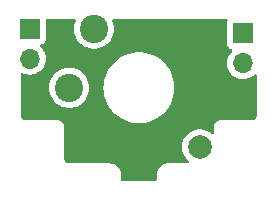
<source format=gbr>
%TF.GenerationSoftware,KiCad,Pcbnew,8.0.2*%
%TF.CreationDate,2024-08-31T11:26:51-07:00*%
%TF.ProjectId,UGC_MechTrigger_R4K,5547435f-4d65-4636-9854-726967676572,rev?*%
%TF.SameCoordinates,Original*%
%TF.FileFunction,Copper,L2,Bot*%
%TF.FilePolarity,Positive*%
%FSLAX46Y46*%
G04 Gerber Fmt 4.6, Leading zero omitted, Abs format (unit mm)*
G04 Created by KiCad (PCBNEW 8.0.2) date 2024-08-31 11:26:51*
%MOMM*%
%LPD*%
G01*
G04 APERTURE LIST*
%TA.AperFunction,ComponentPad*%
%ADD10R,1.700000X1.700000*%
%TD*%
%TA.AperFunction,ComponentPad*%
%ADD11O,1.700000X1.700000*%
%TD*%
%TA.AperFunction,WasherPad*%
%ADD12C,2.000000*%
%TD*%
%TA.AperFunction,ComponentPad*%
%ADD13C,2.400000*%
%TD*%
G04 APERTURE END LIST*
D10*
%TO.P,J1,1,Pin_1*%
%TO.N,Net-(J1-Pin_1)*%
X228422200Y-146862800D03*
D11*
%TO.P,J1,2,Pin_2*%
%TO.N,Net-(J1-Pin_2)*%
X228422200Y-149402800D03*
%TD*%
D10*
%TO.P,J2,1,Pin_1*%
%TO.N,Net-(J1-Pin_1)*%
X210388200Y-146456400D03*
D11*
%TO.P,J2,2,Pin_2*%
%TO.N,Net-(J1-Pin_2)*%
X210388200Y-148996400D03*
%TD*%
D12*
%TO.P,SW1,*%
%TO.N,*%
X224768198Y-156464200D03*
D13*
%TO.P,SW1,1,1*%
%TO.N,Net-(J1-Pin_1)*%
X215818198Y-146464200D03*
%TO.P,SW1,2,2*%
%TO.N,Net-(J1-Pin_2)*%
X213718198Y-151464200D03*
%TD*%
%TA.AperFunction,NonConductor*%
G36*
X214205278Y-145646388D02*
G01*
X214251033Y-145699192D01*
X214260977Y-145768350D01*
X214253667Y-145796006D01*
X214188690Y-145961562D01*
X214188688Y-145961569D01*
X214131975Y-146210045D01*
X214112930Y-146464195D01*
X214112930Y-146464204D01*
X214131975Y-146718354D01*
X214131976Y-146718357D01*
X214188690Y-146966837D01*
X214281805Y-147204088D01*
X214409239Y-147424812D01*
X214568148Y-147624077D01*
X214754981Y-147797432D01*
X214965564Y-147941005D01*
X214965569Y-147941007D01*
X214965570Y-147941008D01*
X214965571Y-147941009D01*
X215087526Y-147999738D01*
X215195190Y-148051587D01*
X215195191Y-148051587D01*
X215195194Y-148051589D01*
X215438740Y-148126713D01*
X215690763Y-148164700D01*
X215945633Y-148164700D01*
X216197656Y-148126713D01*
X216441202Y-148051589D01*
X216670832Y-147941005D01*
X216881415Y-147797432D01*
X217068248Y-147624077D01*
X217227157Y-147424812D01*
X217354591Y-147204088D01*
X217447706Y-146966837D01*
X217504420Y-146718357D01*
X217523466Y-146464200D01*
X217504420Y-146210043D01*
X217447706Y-145961563D01*
X217382728Y-145796005D01*
X217376560Y-145726409D01*
X217408998Y-145664525D01*
X217469743Y-145630002D01*
X217498157Y-145626703D01*
X227003432Y-145626703D01*
X227070471Y-145646388D01*
X227116226Y-145699192D01*
X227126170Y-145768350D01*
X227119614Y-145794036D01*
X227078108Y-145905317D01*
X227071701Y-145964916D01*
X227071700Y-145964935D01*
X227071700Y-147760670D01*
X227071701Y-147760676D01*
X227078108Y-147820283D01*
X227128402Y-147955128D01*
X227128406Y-147955135D01*
X227214652Y-148070344D01*
X227214655Y-148070347D01*
X227329864Y-148156593D01*
X227329871Y-148156597D01*
X227461281Y-148205610D01*
X227517215Y-148247481D01*
X227541632Y-148312945D01*
X227526780Y-148381218D01*
X227505630Y-148409473D01*
X227383703Y-148531400D01*
X227248165Y-148724969D01*
X227248164Y-148724971D01*
X227148298Y-148939135D01*
X227148294Y-148939144D01*
X227087138Y-149167386D01*
X227087136Y-149167396D01*
X227066541Y-149402799D01*
X227066541Y-149402800D01*
X227087136Y-149638203D01*
X227087138Y-149638213D01*
X227148294Y-149866455D01*
X227148296Y-149866459D01*
X227148297Y-149866463D01*
X227226838Y-150034895D01*
X227248165Y-150080630D01*
X227248167Y-150080634D01*
X227311045Y-150170432D01*
X227383705Y-150274201D01*
X227550799Y-150441295D01*
X227639763Y-150503588D01*
X227744365Y-150576832D01*
X227744367Y-150576833D01*
X227744370Y-150576835D01*
X227958537Y-150676703D01*
X228186792Y-150737863D01*
X228375118Y-150754339D01*
X228422199Y-150758459D01*
X228422200Y-150758459D01*
X228422201Y-150758459D01*
X228461434Y-150755026D01*
X228657608Y-150737863D01*
X228885863Y-150676703D01*
X229100030Y-150576835D01*
X229293601Y-150441295D01*
X229406020Y-150328876D01*
X229467343Y-150295391D01*
X229537035Y-150300375D01*
X229592968Y-150342247D01*
X229617385Y-150407711D01*
X229617701Y-150416557D01*
X229617701Y-153719238D01*
X229616921Y-153733123D01*
X229606741Y-153823465D01*
X229600563Y-153850533D01*
X229572849Y-153929738D01*
X229560800Y-153954758D01*
X229516157Y-154025805D01*
X229498845Y-154047513D01*
X229439513Y-154106845D01*
X229417804Y-154124158D01*
X229346752Y-154168803D01*
X229321735Y-154180850D01*
X229242537Y-154208563D01*
X229215465Y-154214742D01*
X229125102Y-154224923D01*
X229111219Y-154225703D01*
X226402309Y-154225703D01*
X226275013Y-154259811D01*
X226160887Y-154325703D01*
X226160884Y-154325705D01*
X226067703Y-154418886D01*
X226067701Y-154418889D01*
X226001809Y-154533015D01*
X225967701Y-154660311D01*
X225967701Y-155242728D01*
X225948016Y-155309767D01*
X225895212Y-155355522D01*
X225826054Y-155365466D01*
X225767539Y-155340582D01*
X225727948Y-155309767D01*
X225591707Y-155203726D01*
X225591705Y-155203725D01*
X225591704Y-155203724D01*
X225373009Y-155085372D01*
X225373000Y-155085369D01*
X225137814Y-155004629D01*
X224892533Y-154963700D01*
X224643863Y-154963700D01*
X224398581Y-155004629D01*
X224163395Y-155085369D01*
X224163386Y-155085372D01*
X223944691Y-155203724D01*
X223748455Y-155356461D01*
X223580031Y-155539417D01*
X223444024Y-155747593D01*
X223344134Y-155975318D01*
X223283090Y-156216375D01*
X223283088Y-156216387D01*
X223262555Y-156464194D01*
X223262555Y-156464205D01*
X223283088Y-156712012D01*
X223283090Y-156712024D01*
X223344134Y-156953081D01*
X223444024Y-157180806D01*
X223580031Y-157388982D01*
X223580034Y-157388985D01*
X223748454Y-157571938D01*
X223748457Y-157571940D01*
X223748460Y-157571943D01*
X223838272Y-157641847D01*
X223879085Y-157698557D01*
X223882760Y-157768330D01*
X223848128Y-157829013D01*
X223786187Y-157861340D01*
X223762110Y-157863700D01*
X222044710Y-157863700D01*
X222044694Y-157863701D01*
X222030661Y-157863701D01*
X221858264Y-157894099D01*
X221693751Y-157953977D01*
X221542144Y-158041509D01*
X221408036Y-158154039D01*
X221408030Y-158154045D01*
X221295509Y-158288143D01*
X221207978Y-158439752D01*
X221207975Y-158439759D01*
X221148099Y-158604263D01*
X221117701Y-158776665D01*
X221117701Y-159239700D01*
X221098016Y-159306739D01*
X221045212Y-159352494D01*
X220993701Y-159363700D01*
X218242701Y-159363700D01*
X218175662Y-159344015D01*
X218129907Y-159291211D01*
X218118701Y-159239700D01*
X218118701Y-158790713D01*
X218118700Y-158790695D01*
X218118700Y-158776669D01*
X218118700Y-158776667D01*
X218088300Y-158604262D01*
X218028424Y-158439754D01*
X218028418Y-158439743D01*
X217940897Y-158288150D01*
X217940893Y-158288145D01*
X217940892Y-158288143D01*
X217828361Y-158154036D01*
X217694253Y-158041506D01*
X217694252Y-158041505D01*
X217542645Y-157953976D01*
X217542646Y-157953976D01*
X217542642Y-157953974D01*
X217432970Y-157914057D01*
X217378135Y-157894099D01*
X217291931Y-157878899D01*
X217205729Y-157863699D01*
X217205728Y-157863699D01*
X217118196Y-157863700D01*
X213775161Y-157863700D01*
X213761277Y-157862920D01*
X213747254Y-157861340D01*
X213670934Y-157852740D01*
X213643866Y-157846562D01*
X213564661Y-157818848D01*
X213539641Y-157806799D01*
X213468594Y-157762156D01*
X213446886Y-157744844D01*
X213387555Y-157685513D01*
X213370242Y-157663804D01*
X213325595Y-157592749D01*
X213313554Y-157567746D01*
X213285833Y-157488524D01*
X213279658Y-157461463D01*
X213269480Y-157371121D01*
X213268700Y-157357239D01*
X213268700Y-154660313D01*
X213268700Y-154660311D01*
X213234592Y-154533017D01*
X213168700Y-154418889D01*
X213075514Y-154325703D01*
X213018450Y-154292757D01*
X212961387Y-154259811D01*
X212897739Y-154242757D01*
X212834092Y-154225703D01*
X212834091Y-154225703D01*
X210125161Y-154225703D01*
X210111277Y-154224923D01*
X210020932Y-154214743D01*
X209993866Y-154208566D01*
X209914654Y-154180848D01*
X209889645Y-154168804D01*
X209818593Y-154124159D01*
X209796884Y-154106846D01*
X209737553Y-154047515D01*
X209720240Y-154025806D01*
X209675594Y-153954753D01*
X209663548Y-153929738D01*
X209644413Y-153875053D01*
X209635833Y-153850532D01*
X209629656Y-153823463D01*
X209619480Y-153733147D01*
X209618700Y-153719264D01*
X209618700Y-151464195D01*
X212012930Y-151464195D01*
X212012930Y-151464204D01*
X212031975Y-151718354D01*
X212053606Y-151813127D01*
X212088690Y-151966837D01*
X212181805Y-152204088D01*
X212309239Y-152424812D01*
X212468148Y-152624077D01*
X212654981Y-152797432D01*
X212865564Y-152941005D01*
X212865569Y-152941007D01*
X212865570Y-152941008D01*
X212865571Y-152941009D01*
X212987526Y-152999738D01*
X213095190Y-153051587D01*
X213095191Y-153051587D01*
X213095194Y-153051589D01*
X213338740Y-153126713D01*
X213590763Y-153164700D01*
X213845633Y-153164700D01*
X214097656Y-153126713D01*
X214341202Y-153051589D01*
X214570832Y-152941005D01*
X214781415Y-152797432D01*
X214968248Y-152624077D01*
X215127157Y-152424812D01*
X215254591Y-152204088D01*
X215347706Y-151966837D01*
X215404420Y-151718357D01*
X215423466Y-151464200D01*
X215423466Y-151464196D01*
X216612613Y-151464196D01*
X216612613Y-151464203D01*
X216632936Y-151813127D01*
X216632937Y-151813138D01*
X216693626Y-152157327D01*
X216693628Y-152157334D01*
X216793872Y-152492172D01*
X216932305Y-152813095D01*
X216932311Y-152813108D01*
X217107068Y-153115797D01*
X217315782Y-153396149D01*
X217315787Y-153396155D01*
X217360312Y-153443348D01*
X217555640Y-153650383D01*
X217732101Y-153798451D01*
X217823384Y-153875047D01*
X217823392Y-153875053D01*
X218115401Y-154067111D01*
X218115405Y-154067113D01*
X218427747Y-154223977D01*
X218756187Y-154343519D01*
X219096284Y-154424123D01*
X219443439Y-154464700D01*
X219443446Y-154464700D01*
X219792950Y-154464700D01*
X219792957Y-154464700D01*
X220140112Y-154424123D01*
X220480209Y-154343519D01*
X220808649Y-154223977D01*
X221120991Y-154067113D01*
X221413009Y-153875049D01*
X221680756Y-153650383D01*
X221920610Y-153396153D01*
X222129328Y-153115796D01*
X222304087Y-152813104D01*
X222442524Y-152492171D01*
X222542767Y-152157336D01*
X222603460Y-151813127D01*
X222623783Y-151464200D01*
X222603460Y-151115273D01*
X222576357Y-150961562D01*
X222542769Y-150771072D01*
X222542767Y-150771065D01*
X222532827Y-150737863D01*
X222442524Y-150436229D01*
X222304087Y-150115296D01*
X222210431Y-149953079D01*
X222129327Y-149812602D01*
X221920613Y-149532250D01*
X221920608Y-149532244D01*
X221798482Y-149402799D01*
X221680756Y-149278017D01*
X221532686Y-149153772D01*
X221413011Y-149053352D01*
X221413003Y-149053346D01*
X221120994Y-148861288D01*
X220808656Y-148704426D01*
X220808650Y-148704423D01*
X220480210Y-148584881D01*
X220480207Y-148584880D01*
X220140113Y-148504277D01*
X220096717Y-148499204D01*
X219792957Y-148463700D01*
X219443439Y-148463700D01*
X219139678Y-148499204D01*
X219096283Y-148504277D01*
X219096281Y-148504277D01*
X218756188Y-148584880D01*
X218756185Y-148584881D01*
X218427745Y-148704423D01*
X218427739Y-148704426D01*
X218115401Y-148861288D01*
X217823392Y-149053346D01*
X217823384Y-149053352D01*
X217555640Y-149278017D01*
X217555638Y-149278019D01*
X217315787Y-149532244D01*
X217315782Y-149532250D01*
X217107068Y-149812602D01*
X216932311Y-150115291D01*
X216932305Y-150115304D01*
X216793872Y-150436227D01*
X216693628Y-150771065D01*
X216693626Y-150771072D01*
X216632937Y-151115261D01*
X216632936Y-151115272D01*
X216612613Y-151464196D01*
X215423466Y-151464196D01*
X215404420Y-151210043D01*
X215347706Y-150961563D01*
X215254591Y-150724312D01*
X215127157Y-150503588D01*
X214968248Y-150304323D01*
X214781415Y-150130968D01*
X214570832Y-149987395D01*
X214570828Y-149987393D01*
X214570825Y-149987391D01*
X214570824Y-149987390D01*
X214341204Y-149876812D01*
X214341206Y-149876812D01*
X214097664Y-149801689D01*
X214097660Y-149801688D01*
X214097656Y-149801687D01*
X213967800Y-149782114D01*
X213845638Y-149763700D01*
X213845633Y-149763700D01*
X213590763Y-149763700D01*
X213590757Y-149763700D01*
X213433807Y-149787357D01*
X213338740Y-149801687D01*
X213338737Y-149801688D01*
X213338731Y-149801689D01*
X213095190Y-149876812D01*
X212865571Y-149987390D01*
X212865570Y-149987391D01*
X212654980Y-150130968D01*
X212468150Y-150304321D01*
X212468148Y-150304323D01*
X212309239Y-150503588D01*
X212181806Y-150724309D01*
X212088690Y-150961562D01*
X212088688Y-150961569D01*
X212031975Y-151210045D01*
X212012930Y-151464195D01*
X209618700Y-151464195D01*
X209618700Y-150322329D01*
X209638385Y-150255290D01*
X209691189Y-150209535D01*
X209760347Y-150199591D01*
X209795100Y-150209945D01*
X209924537Y-150270303D01*
X209924542Y-150270304D01*
X209924544Y-150270305D01*
X209939088Y-150274202D01*
X210152792Y-150331463D01*
X210341118Y-150347939D01*
X210388199Y-150352059D01*
X210388200Y-150352059D01*
X210388201Y-150352059D01*
X210427434Y-150348626D01*
X210623608Y-150331463D01*
X210851863Y-150270303D01*
X211066030Y-150170435D01*
X211259601Y-150034895D01*
X211426695Y-149867801D01*
X211562235Y-149674230D01*
X211662103Y-149460063D01*
X211723263Y-149231808D01*
X211743859Y-148996400D01*
X211723263Y-148760992D01*
X211662103Y-148532737D01*
X211562235Y-148318571D01*
X211512457Y-148247481D01*
X211426696Y-148125000D01*
X211372040Y-148070344D01*
X211304767Y-148003071D01*
X211271284Y-147941751D01*
X211276268Y-147872059D01*
X211318139Y-147816125D01*
X211349115Y-147799210D01*
X211480531Y-147750196D01*
X211595746Y-147663946D01*
X211681996Y-147548731D01*
X211732291Y-147413883D01*
X211738700Y-147354273D01*
X211738699Y-145750702D01*
X211758384Y-145683664D01*
X211811187Y-145637909D01*
X211862699Y-145626703D01*
X214138239Y-145626703D01*
X214205278Y-145646388D01*
G37*
%TD.AperFunction*%
M02*

</source>
